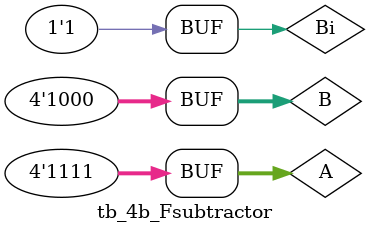
<source format=v>
`timescale 1ns / 1ps


module tb_4b_Fsubtractor;
reg [3:0]A,B;
wire [3:0]D;
reg Bi;
wire Bo;
initial
  $monitor("simtime=%g,A=%b,B=%b,Bi=%b,D=%b,Bo=%b",$time,A,B,Bi,D,Bo);
  Fsubtract4b fs4b(.a(A),.b(B),.bri(Bi),.d(D),.bro(Bo));
initial
begin
    #50 A=4'b0000; B=4'b1000; Bi=1'b0;
    #50 A=4'b0001; B=4'b0111; Bi=1'b1;
    #50 A=4'b0010; B=4'b0110; Bi=1'b0;
    #50 A=4'b0011; B=4'b0101; Bi=1'b1;
   // #50 A=4'b0100; B=4'b0100; Bi=1'b1;
    #50 A=4'b0101; B=4'b0011; Bi=1'b0;
    #50 A=4'b0110; B=4'b0010; Bi=1'b1;
    #50 A=4'b0111; B=4'b0001; Bi=1'b1;
    #50 A=4'b1000; B=4'b1111; Bi=1'b1;
    #50 A=4'b1001; B=4'b1110; Bi=1'b0;
    #50 A=4'b1010; B=4'b1101; Bi=1'b0;
    #50 A=4'b1011; B=4'b1100; Bi=1'b1;
    #50 A=4'b1100; B=4'b1011; Bi=1'b0;
    #50 A=4'b1101; B=4'b1010; Bi=1'b0;
    #50 A=4'b1110; B=4'b1001; Bi=1'b1;
    #50 A=4'b1111; B=4'b1000; Bi=1'b1;
end
endmodule

</source>
